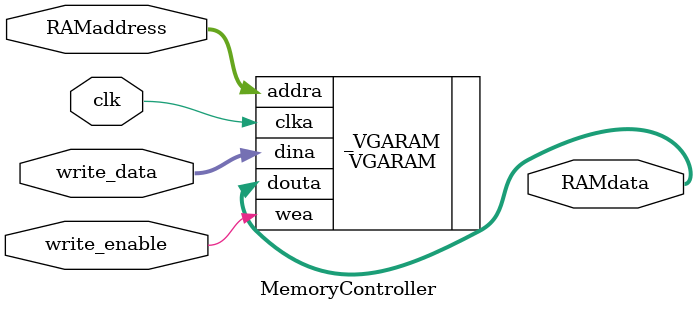
<source format=v>
`timescale 1ns / 1ps
module MemoryController(
    input [23:0] RAMaddress,
    input clk,
    output [15:0] RAMdata,
    input write_enable,
    input [15:0] write_data,
    );


	//synthesis attribute box_type VGARAM "black_box"
	VGARAM	_VGARAM(.clka(clk),.addra(RAMaddress),.douta(RAMdata), .wea(write_enable), .dina(write_data));
endmodule

</source>
